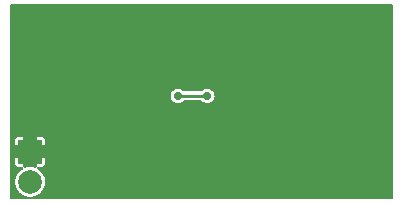
<source format=gbl>
G04 Layer: BottomLayer*
G04 EasyEDA v6.5.1, 2022-03-27 00:49:21*
G04 a67cddfb3fce44daa9051d46cbbcc19f,10*
G04 Gerber Generator version 0.2*
G04 Scale: 100 percent, Rotated: No, Reflected: No *
G04 Dimensions in millimeters *
G04 leading zeros omitted , absolute positions ,4 integer and 5 decimal *
%FSLAX45Y45*%
%MOMM*%

%ADD10C,0.2540*%
%ADD11C,0.7000*%
%ADD17R,2.0000X2.0000*%
%ADD18C,2.0000*%

%LPD*%
G36*
X36068Y25908D02*
G01*
X32207Y26670D01*
X28905Y28905D01*
X26670Y32207D01*
X25908Y36068D01*
X25908Y1663954D01*
X26670Y1667814D01*
X28905Y1671116D01*
X32207Y1673301D01*
X36068Y1674114D01*
X3263950Y1674114D01*
X3267811Y1673301D01*
X3271113Y1671116D01*
X3273348Y1667814D01*
X3274110Y1663954D01*
X3274110Y36068D01*
X3273348Y32207D01*
X3271113Y28905D01*
X3267811Y26670D01*
X3263950Y25908D01*
G37*

%LPC*%
G36*
X199898Y47091D02*
G01*
X215087Y48006D01*
X230022Y50749D01*
X244551Y55270D01*
X258419Y61518D01*
X271424Y69392D01*
X283362Y78740D01*
X294132Y89509D01*
X303479Y101447D01*
X311353Y114452D01*
X317601Y128320D01*
X322122Y142849D01*
X324866Y157784D01*
X325780Y172974D01*
X324866Y188163D01*
X322122Y203098D01*
X317601Y217627D01*
X311353Y231495D01*
X303479Y244500D01*
X294132Y256438D01*
X283362Y267208D01*
X271424Y276555D01*
X262077Y282194D01*
X258927Y285242D01*
X257302Y289255D01*
X257556Y293624D01*
X259588Y297484D01*
X263093Y300126D01*
X267360Y301040D01*
X299313Y301040D01*
X305663Y301802D01*
X311099Y303682D01*
X316026Y306781D01*
X320090Y310845D01*
X323189Y315772D01*
X325069Y321208D01*
X325831Y327558D01*
X325831Y370636D01*
X256235Y370636D01*
X256235Y300837D01*
X255524Y297129D01*
X253542Y293928D01*
X250494Y291693D01*
X246837Y290728D01*
X243078Y291134D01*
X230022Y295198D01*
X215087Y297942D01*
X199898Y298856D01*
X184708Y297942D01*
X169773Y295198D01*
X156718Y291134D01*
X152958Y290728D01*
X149301Y291693D01*
X146253Y293928D01*
X144272Y297129D01*
X143560Y300837D01*
X143560Y370636D01*
X74015Y370636D01*
X74015Y327558D01*
X74726Y321208D01*
X76606Y315772D01*
X79705Y310845D01*
X83769Y306781D01*
X88696Y303682D01*
X94132Y301802D01*
X100482Y301040D01*
X132435Y301040D01*
X136702Y300126D01*
X140208Y297484D01*
X142240Y293624D01*
X142494Y289255D01*
X140868Y285242D01*
X137718Y282194D01*
X128371Y276555D01*
X116433Y267208D01*
X105664Y256438D01*
X96316Y244500D01*
X88442Y231495D01*
X82194Y217627D01*
X77673Y203098D01*
X74930Y188163D01*
X74015Y172974D01*
X74930Y157784D01*
X77673Y142849D01*
X82194Y128320D01*
X88442Y114452D01*
X96316Y101447D01*
X105664Y89509D01*
X116433Y78740D01*
X128371Y69392D01*
X141376Y61518D01*
X155244Y55270D01*
X169773Y50749D01*
X184708Y48006D01*
G37*
G36*
X74015Y483311D02*
G01*
X143560Y483311D01*
X143560Y552856D01*
X100482Y552856D01*
X94132Y552145D01*
X88696Y550265D01*
X83769Y547166D01*
X79705Y543102D01*
X76606Y538175D01*
X74726Y532739D01*
X74015Y526389D01*
G37*
G36*
X256235Y483311D02*
G01*
X325831Y483311D01*
X325831Y526389D01*
X325069Y532739D01*
X323189Y538175D01*
X320090Y543102D01*
X316026Y547166D01*
X311099Y550265D01*
X305663Y552145D01*
X299313Y552856D01*
X256235Y552856D01*
G37*
G36*
X1445006Y839317D02*
G01*
X1455013Y839317D01*
X1464970Y840994D01*
X1474470Y844245D01*
X1483309Y849020D01*
X1491234Y855218D01*
X1493926Y858113D01*
X1497330Y860552D01*
X1501394Y861415D01*
X1648612Y861415D01*
X1652676Y860552D01*
X1656080Y858113D01*
X1658772Y855218D01*
X1666697Y849020D01*
X1675536Y844245D01*
X1685036Y840994D01*
X1694992Y839317D01*
X1705000Y839317D01*
X1714957Y840994D01*
X1724456Y844245D01*
X1733296Y849020D01*
X1741220Y855218D01*
X1748028Y862584D01*
X1753514Y871016D01*
X1757578Y880211D01*
X1760016Y889965D01*
X1760880Y899972D01*
X1760016Y910031D01*
X1757578Y919784D01*
X1753514Y928979D01*
X1748028Y937412D01*
X1741220Y944778D01*
X1733296Y950976D01*
X1724456Y955751D01*
X1714957Y959002D01*
X1705000Y960678D01*
X1694992Y960678D01*
X1685036Y959002D01*
X1675536Y955751D01*
X1666697Y950976D01*
X1658772Y944778D01*
X1656080Y941882D01*
X1652727Y939444D01*
X1648612Y938631D01*
X1501394Y938631D01*
X1497279Y939444D01*
X1493926Y941882D01*
X1491234Y944778D01*
X1483309Y950976D01*
X1474470Y955751D01*
X1464970Y959002D01*
X1455013Y960678D01*
X1445006Y960678D01*
X1435049Y959002D01*
X1425549Y955751D01*
X1416710Y950976D01*
X1408785Y944778D01*
X1401978Y937412D01*
X1396492Y928979D01*
X1392428Y919784D01*
X1389989Y910031D01*
X1389126Y899972D01*
X1389989Y889965D01*
X1392428Y880211D01*
X1396492Y871016D01*
X1401978Y862584D01*
X1408785Y855218D01*
X1416710Y849020D01*
X1425549Y844245D01*
X1435049Y840994D01*
G37*

%LPD*%
D10*
X1450009Y900003D02*
G01*
X1700009Y900003D01*
D17*
G01*
X199897Y426973D03*
D18*
G01*
X199897Y172973D03*
D11*
G01*
X1699996Y899998D03*
G01*
X1450009Y899998D03*
G01*
X299999Y1599999D03*
G01*
X99999Y1399997D03*
G01*
X99999Y1599996D03*
G01*
X3199993Y1599996D03*
G01*
X2999993Y1599996D03*
G01*
X3199993Y1399997D03*
M02*

</source>
